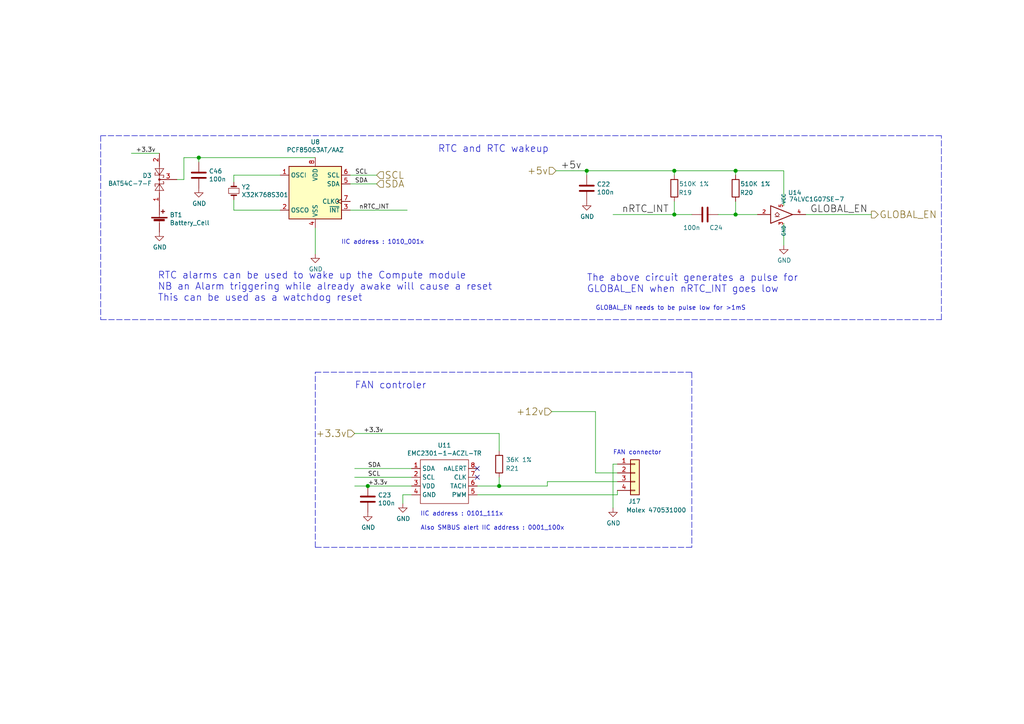
<source format=kicad_sch>
(kicad_sch (version 20211123) (generator eeschema)
  (paper "A4")
  (title_block (title "Compute Module 4 IO Board - RTC - FAN") (rev "1") (company "(c) Raspberry Pi Trading 2020") (comment 1 "www.raspberrypi.org"))
  (lib_symbols
    (symbol "CM4IO:74LVC1G07_copy"
      (property "Reference" "U" (at -2.54 3.81 0))
      (property "Value" "74LVC1G07_copy" (at 0 -3.81 0))
      (symbol "74LVC1G07_copy_0_1"
        (polyline (pts (xy -2.54 -0.635) (xy -1.27 -0.635)))
        (polyline (pts (xy -3.81 2.54) (xy -3.81 -2.54) (xy 2.54 0) (xy -3.81 2.54)) (stroke (width 0.254)))
        (polyline (pts (xy -1.905 0.635) (xy -2.54 0) (xy -1.905 -0.635) (xy -1.27 0) (xy -1.905 0.635)))
      )
      (symbol "74LVC1G07_copy_1_1"
        (pin input line (at -7.62 0 0) (length 3.81) (name "~") (number "2"))
        (pin power_in line (at 0 -2.54 270) (length 0) (name "GND") (number "3"))
        (pin open_collector line (at 6.35 0 180) (length 3.81) (name "~") (number "4"))
        (pin power_in line (at 0 2.54 90) (length 0) (name "VCC") (number "5"))
      )
    )
    (symbol "CM4IO:EMC2301"
      (property "Reference" "U" (at -7.62 13.97 0))
      (property "Value" "EMC2301" (at -1.27 -1.27 0))
      (symbol "EMC2301_0_0"
        (pin open_collector line (at -11.43 10.16 0) (length 2.54) (name "SDA") (number "1"))
        (pin open_collector line (at -11.43 7.62 0) (length 2.54) (name "SCL") (number "2"))
        (pin power_in line (at -11.43 5.08 0) (length 2.54) (name "VDD") (number "3"))
        (pin power_in line (at -11.43 2.54 0) (length 2.54) (name "GND") (number "4"))
        (pin output line (at 7.62 2.54 180) (length 2.54) (name "PWM") (number "5"))
        (pin input line (at 7.62 5.08 180) (length 2.54) (name "TACH") (number "6"))
        (pin input line (at 7.62 7.62 180) (length 2.54) (name "CLK") (number "7"))
        (pin open_collector line (at 7.62 10.16 180) (length 2.54) (name "nALERT") (number "8"))
      )
      (symbol "EMC2301_0_1"
        (rectangle (start -8.89 12.7) (end 5.08 0))
      )
    )
    (symbol "Connector_Generic:Conn_01x04" (pin_names hide)
      (property "Reference" "J" (at 0 5.08 0))
      (property "Value" "Conn_01x04" (at 0 -7.62 0))
      (symbol "Conn_01x04_1_1"
        (rectangle (start -1.27 -4.953) (end 0 -5.207))
        (rectangle (start -1.27 -2.413) (end 0 -2.667))
        (rectangle (start -1.27 0.127) (end 0 -0.127))
        (rectangle (start -1.27 2.667) (end 0 2.413))
        (rectangle (start -1.27 3.81) (end 1.27 -6.35) (stroke (width 0.254)) (fill (type background)))
        (pin passive line (at -5.08 2.54 0) (length 3.81) (name "Pin_1") (number "1"))
        (pin passive line (at -5.08 0 0) (length 3.81) (name "Pin_2") (number "2"))
        (pin passive line (at -5.08 -2.54 0) (length 3.81) (name "Pin_3") (number "3"))
        (pin passive line (at -5.08 -5.08 0) (length 3.81) (name "Pin_4") (number "4"))
      )
    )
    (symbol "Device:Battery_Cell" (pin_numbers hide) (pin_names (offset 0) hide)
      (property "Reference" "BT" (at 2.54 2.54 0))
      (property "Value" "Battery_Cell" (at 2.54 0 0))
      (symbol "Battery_Cell_0_1"
        (rectangle (start -2.286 1.778) (end 2.286 1.524) (fill (type outline)))
        (rectangle (start -1.5748 1.1938) (end 1.4732 0.6858) (fill (type outline)))
        (polyline (pts (xy 0 0.762) (xy 0 0)))
        (polyline (pts (xy 0 1.778) (xy 0 2.54)))
        (polyline (pts (xy 0.508 3.429) (xy 1.524 3.429)) (stroke (width 0.254)))
        (polyline (pts (xy 1.016 3.937) (xy 1.016 2.921)) (stroke (width 0.254)))
      )
      (symbol "Battery_Cell_1_1"
        (pin passive line (at 0 5.08 270) (length 2.54) (name "+") (number "1"))
        (pin passive line (at 0 -2.54 90) (length 2.54) (name "-") (number "2"))
      )
    )
    (symbol "Device:C" (pin_numbers hide) (pin_names (offset 0.254))
      (property "Reference" "C" (at 0.635 2.54 0))
      (property "Value" "C" (at 0.635 -2.54 0))
      (symbol "C_0_1"
        (polyline (pts (xy -2.032 -0.762) (xy 2.032 -0.762)) (stroke (width 0.508)))
        (polyline (pts (xy -2.032 0.762) (xy 2.032 0.762)) (stroke (width 0.508)))
      )
      (symbol "C_1_1"
        (pin passive line (at 0 3.81 270) (length 2.794) (name "~") (number "1"))
        (pin passive line (at 0 -3.81 90) (length 2.794) (name "~") (number "2"))
      )
    )
    (symbol "Device:Crystal_Small" (pin_numbers hide) (pin_names hide)
      (property "Reference" "Y" (at 0 2.54 0))
      (property "Value" "Crystal_Small" (at 0 -2.54 0))
      (symbol "Crystal_Small_0_1"
        (rectangle (start -0.762 -1.524) (end 0.762 1.524))
        (polyline (pts (xy -1.27 -0.762) (xy -1.27 0.762)) (stroke (width 0.381)))
        (polyline (pts (xy 1.27 -0.762) (xy 1.27 0.762)) (stroke (width 0.381)))
      )
      (symbol "Crystal_Small_1_1"
        (pin passive line (at -2.54 0 0) (length 1.27) (name "1") (number "1"))
        (pin passive line (at 2.54 0 180) (length 1.27) (name "2") (number "2"))
      )
    )
    (symbol "Device:R" (pin_numbers hide) (pin_names (offset 0))
      (property "Reference" "R" (at 2.032 0 90))
      (property "Value" "R" (at 0 0 90))
      (symbol "R_0_1"
        (rectangle (start -1.016 -2.54) (end 1.016 2.54) (stroke (width 0.254)))
      )
      (symbol "R_1_1"
        (pin passive line (at 0 3.81 270) (length 1.27) (name "~") (number "1"))
        (pin passive line (at 0 -3.81 90) (length 1.27) (name "~") (number "2"))
      )
    )
    (symbol "Diode:BAT54C"
      (property "Reference" "D" (at 0.635 -3.81 0))
      (property "Value" "BAT54C" (at -6.35 3.175 0))
      (symbol "BAT54C_0_1"
        (polyline (pts (xy -1.905 0) (xy 1.905 0)))
        (polyline (pts (xy -1.905 1.27) (xy -1.905 1.016)))
        (polyline (pts (xy -1.27 -1.27) (xy -0.635 -1.27)))
        (polyline (pts (xy -1.27 0) (xy -3.81 0)))
        (polyline (pts (xy -1.27 1.27) (xy -1.905 1.27)))
        (polyline (pts (xy -1.27 1.27) (xy -1.27 -1.27)))
        (polyline (pts (xy -0.635 -1.27) (xy -0.635 -1.016)))
        (polyline (pts (xy 0.635 -1.27) (xy 0.635 -1.016)))
        (polyline (pts (xy 1.27 -1.27) (xy 0.635 -1.27)))
        (polyline (pts (xy 1.27 1.27) (xy 1.27 -1.27)))
        (polyline (pts (xy 1.27 1.27) (xy 1.905 1.27)))
        (polyline (pts (xy 1.905 1.27) (xy 1.905 1.016)))
        (polyline (pts (xy 3.81 0) (xy 1.27 0)))
        (polyline (pts (xy -3.175 -1.27) (xy -3.175 1.27) (xy -1.27 0) (xy -3.175 -1.27)))
        (polyline (pts (xy 3.175 -1.27) (xy 3.175 1.27) (xy 1.27 0) (xy 3.175 -1.27)))
        (circle (center 0 0) (radius 0.254) (fill (type outline)))
      )
      (symbol "BAT54C_1_1"
        (pin passive line (at -7.62 0 0) (length 3.81) (name "~") (number "1"))
        (pin passive line (at 7.62 0 180) (length 3.81) (name "~") (number "2"))
        (pin passive line (at 0 -5.08 90) (length 5.08) (name "~") (number "3"))
      )
    )
    (symbol "Timer_RTC:PCF8563T"
      (property "Reference" "U" (at -7.62 8.89 0))
      (property "Value" "PCF8563T" (at 2.54 8.89 0))
      (symbol "PCF8563T_0_1"
        (rectangle (start -7.62 7.62) (end 7.62 -7.62) (stroke (width 0.254)) (fill (type background)))
      )
      (symbol "PCF8563T_1_1"
        (pin input line (at -10.16 5.08 0) (length 2.54) (name "OSCI") (number "1"))
        (pin output line (at -10.16 -5.08 0) (length 2.54) (name "OSCO") (number "2"))
        (pin output line (at 10.16 -5.08 180) (length 2.54) (name "~{INT}") (number "3"))
        (pin power_in line (at 0 -10.16 90) (length 2.54) (name "VSS") (number "4"))
        (pin bidirectional line (at 10.16 2.54 180) (length 2.54) (name "SDA") (number "5"))
        (pin input line (at 10.16 5.08 180) (length 2.54) (name "SCL") (number "6"))
        (pin output clock (at 10.16 -2.54 180) (length 2.54) (name "CLKO") (number "7"))
        (pin power_in line (at 0 10.16 270) (length 2.54) (name "VDD") (number "8"))
      )
    )
    (symbol "power:GND" (power) (pin_names (offset 0))
      (property "Value" "GND" (at 0 -3.81 0))
      (symbol "GND_0_1"
        (polyline (pts (xy 0 0) (xy 0 -1.27) (xy 1.27 -1.27) (xy 0 -2.54) (xy -1.27 -1.27) (xy 0 -1.27)))
      )
      (symbol "GND_1_1"
        (pin power_in line (at 0 0 270) (length 0) hide (name "GND") (number "1"))
      )
    )
  )
  (junction (at 213.36 49.53) (diameter 1.016))
  (junction (at 195.58 49.53) (diameter 1.016))
  (junction (at 170.18 49.53) (diameter 1.016))
  (junction (at 106.68 140.97) (diameter 1.016))
  (junction (at 195.58 62.23) (diameter 1.016))
  (junction (at 144.78 140.97) (diameter 1.016))
  (junction (at 213.36 62.23) (diameter 1.016))
  (junction (at 57.658 45.72) (diameter 1.016))
  (no_connect (at 138.43 138.43))
  (no_connect (at 138.43 135.89))
  (wire (pts (xy 172.72 119.38) (xy 160.02 119.38)))
  (polyline (pts (xy 200.66 107.95) (xy 200.66 158.75)) (stroke (width 0) (type dash)))
  (wire (pts (xy 179.07 134.62) (xy 177.8 134.62)))
  (wire (pts (xy 119.38 140.97) (xy 106.68 140.97)))
  (wire (pts (xy 119.38 143.51) (xy 116.84 143.51)))
  (wire (pts (xy 172.72 119.38) (xy 172.72 137.16)))
  (wire (pts (xy 213.36 49.53) (xy 213.36 50.8)))
  (wire (pts (xy 177.8 62.23) (xy 195.58 62.23)))
  (wire (pts (xy 195.58 49.53) (xy 213.36 49.53)))
  (polyline (pts (xy 273.05 92.71) (xy 273.05 39.37)) (stroke (width 0) (type dash)))
  (wire (pts (xy 106.68 140.97) (xy 102.87 140.97)))
  (polyline (pts (xy 200.66 158.75) (xy 91.44 158.75)) (stroke (width 0) (type dash)))
  (wire (pts (xy 109.22 53.34) (xy 101.6 53.34)))
  (wire (pts (xy 144.78 140.97) (xy 158.75 140.97)))
  (wire (pts (xy 57.658 45.72) (xy 91.44 45.72)))
  (wire (pts (xy 51.308 52.07) (xy 53.34 52.07)))
  (wire (pts (xy 179.07 143.51) (xy 179.07 142.24)))
  (wire (pts (xy 227.33 64.77) (xy 227.33 71.12)))
  (wire (pts (xy 119.38 135.89) (xy 102.87 135.89)))
  (wire (pts (xy 179.07 139.7) (xy 158.75 139.7)))
  (polyline (pts (xy 91.44 158.75) (xy 91.44 107.95)) (stroke (width 0) (type dash)))
  (wire (pts (xy 91.44 66.04) (xy 91.44 73.66)))
  (polyline (pts (xy 91.44 107.95) (xy 200.66 107.95)) (stroke (width 0) (type dash)))
  (wire (pts (xy 38.1 44.45) (xy 46.228 44.45)))
  (wire (pts (xy 213.36 62.23) (xy 213.36 58.42)))
  (wire (pts (xy 195.58 49.53) (xy 195.58 50.8)))
  (wire (pts (xy 170.18 50.8) (xy 170.18 49.53)))
  (wire (pts (xy 208.28 62.23) (xy 213.36 62.23)))
  (polyline (pts (xy 273.05 39.37) (xy 29.21 39.37)) (stroke (width 0) (type dash)))
  (wire (pts (xy 213.36 62.23) (xy 219.71 62.23)))
  (wire (pts (xy 67.818 50.8) (xy 81.28 50.8)))
  (wire (pts (xy 109.22 50.8) (xy 101.6 50.8)))
  (wire (pts (xy 195.58 62.23) (xy 195.58 58.42)))
  (wire (pts (xy 138.43 140.97) (xy 144.78 140.97)))
  (wire (pts (xy 170.18 49.53) (xy 195.58 49.53)))
  (polyline (pts (xy 29.21 92.71) (xy 273.05 92.71)) (stroke (width 0) (type dash)))
  (wire (pts (xy 116.84 143.51) (xy 116.84 146.05)))
  (wire (pts (xy 227.33 49.53) (xy 227.33 59.69)))
  (wire (pts (xy 158.75 139.7) (xy 158.75 140.97)))
  (wire (pts (xy 195.58 62.23) (xy 200.66 62.23)))
  (wire (pts (xy 101.6 60.96) (xy 118.11 60.96)))
  (wire (pts (xy 144.78 140.97) (xy 144.78 138.43)))
  (wire (pts (xy 161.29 49.53) (xy 170.18 49.53)))
  (wire (pts (xy 102.87 125.73) (xy 144.78 125.73)))
  (wire (pts (xy 138.43 143.51) (xy 179.07 143.51)))
  (wire (pts (xy 233.68 62.23) (xy 252.73 62.23)))
  (wire (pts (xy 179.07 137.16) (xy 172.72 137.16)))
  (wire (pts (xy 177.8 134.62) (xy 177.8 147.32)))
  (polyline (pts (xy 29.21 39.37) (xy 29.21 92.71)) (stroke (width 0) (type dash)))
  (wire (pts (xy 81.28 60.96) (xy 67.818 60.96)))
  (wire (pts (xy 119.38 138.43) (xy 102.87 138.43)))
  (wire (pts (xy 57.658 45.72) (xy 57.658 47.0154)))
  (wire (pts (xy 53.34 45.72) (xy 57.658 45.72)))
  (wire (pts (xy 53.34 52.07) (xy 53.34 45.72)))
  (wire (pts (xy 144.78 125.73) (xy 144.78 130.81)))
  (wire (pts (xy 67.818 50.8) (xy 67.818 52.832)))
  (wire (pts (xy 67.818 60.96) (xy 67.818 57.912)))
  (wire (pts (xy 213.36 49.53) (xy 227.33 49.53)))
  (text "GLOBAL_EN needs to be pulse low for >1mS" (at 172.72 90.17 0) (effects (font (size 1.27 1.27)) (justify left bottom)))
  (text "FAN controler" (at 102.87 113.03 0) (effects (font (size 2.0066 2.0066)) (justify left bottom)))
  (text "Also SMBUS alert IIC address : 0001_100x" (at 121.9454 153.9494 0) (effects (font (size 1.27 1.27)) (justify left bottom)))
  (text "IIC address : 0101_111x" (at 121.92 149.86 0) (effects (font (size 1.27 1.27)) (justify left bottom)))
  (text "RTC alarms can be used to wake up the Compute module\nNB an Alarm triggering while already awake will cause a reset \nThis can be used as a watchdog reset " (at 45.72 87.63 0) (effects (font (size 2.0066 2.0066)) (justify left bottom)))
  (text "FAN connector\n" (at 177.8 132.08 0) (effects (font (size 1.27 1.27)) (justify left bottom)))
  (text "IIC address : 1010_001x" (at 98.9838 71.0438 0) (effects (font (size 1.27 1.27)) (justify left bottom)))
  (text "The above circuit generates a pulse for\nGLOBAL_EN when nRTC_INT goes low" (at 170.18 85.09 0) (effects (font (size 2.0066 2.0066)) (justify left bottom)))
  (text "RTC and RTC wakeup" (at 127 44.45 0) (effects (font (size 2.0066 2.0066)) (justify left bottom)))
  (label "SDA" (at 106.68 53.34 180))
  (label "SDA" (at 106.68 135.89 0))
  (label "GLOBAL_EN" (at 234.95 62.23 0) (effects (font (size 2.0066 2.0066))))
  (label "+3.3v" (at 39.37 44.45 0))
  (label "+3.3v" (at 106.68 140.97 0))
  (label "nRTC_INT" (at 104.14 60.96 0))
  (label "+5v" (at 162.56 49.53 0) (effects (font (size 2.0066 2.0066))))
  (label "+3.3v" (at 105.41 125.73 0))
  (label "SCL" (at 106.68 138.43 0))
  (label "nRTC_INT" (at 180.34 62.23 0) (effects (font (size 2.0066 2.0066))))
  (label "SCL" (at 106.68 50.8 180))
  (hierarchical_label "+5v" (shape input) (at 161.29 49.53 180) (effects (font (size 2.0066 2.0066))))
  (hierarchical_label "+12v" (shape input) (at 160.02 119.38 180) (effects (font (size 2.0066 2.0066))))
  (hierarchical_label "GLOBAL_EN" (shape output) (at 252.73 62.23 0) (effects (font (size 2.0066 2.0066))))
  (hierarchical_label "+3.3v" (shape input) (at 102.87 125.73 180) (effects (font (size 2.0066 2.0066))))
  (hierarchical_label "SCL" (shape input) (at 109.22 50.8 0) (effects (font (size 2.0066 2.0066))))
  (hierarchical_label "SDA" (shape input) (at 109.22 53.34 0) (effects (font (size 2.0066 2.0066))))
  (symbol (lib_id "CM4IO:EMC2301") (at 130.81 146.05 0) (unit 1)
    (property "Reference" "U11" (at 128.905 129.159 0))
    (property "Value" "EMC2301-1-ACZL-TR" (at 128.905 131.4704 0))
    (property "Footprint" "Package_SO:SOIC-8_5.23x5.23mm_P1.27mm" (effects hide))
    (property "Datasheet" "https://ww1.microchip.com/downloads/en/DeviceDoc/2301.pdf" (effects hide))
    (property "Field4" "Digikey" (effects hide))
    (property "Field5" "EMC2301-1-ACZL-CT-ND" (effects hide))
    (property "Field6" "EMC2301-1-ACZL-TR" (effects hide))
    (property "Field7" "Microchip" (effects hide))
    (property "Part Description" "Motor Driver PWM 8-MSOP" (effects hide))
  )
  (symbol (lib_id "Device:C") (at 106.68 144.78 0) (unit 1)
    (property "Reference" "C23" (at 109.601 143.6116 0) (effects (justify left)))
    (property "Value" "100n" (at 109.601 145.923 0) (effects (justify left)))
    (property "Footprint" "Capacitor_SMD:C_0402_1005Metric" (effects hide))
    (property "Datasheet" "https://search.murata.co.jp/Ceramy/image/img/A01X/G101/ENG/GRM155R71C104KA88-01.pdf" (effects hide))
    (property "Field4" "Farnell" (effects hide))
    (property "Field5" "2611911" (effects hide))
    (property "Field6" "RM EMK105 B7104KV-F" (effects hide))
    (property "Field7" "TAIYO YUDEN EUROPE GMBH" (effects hide))
    (property "Part Description" "	0.1uF 10% 16V Ceramic Capacitor X7R 0402 (1005 Metric)" (effects hide))
    (property "Field8" "110091611" (effects hide))
  )
  (symbol (lib_id "power:GND") (at 106.68 148.59 0) (unit 1)
    (property "Reference" "#PWR032" (effects hide))
    (property "Value" "GND" (at 106.807 152.9842 0))
  )
  (symbol (lib_id "Connector_Generic:Conn_01x04") (at 184.15 137.16 0) (unit 1)
    (property "Reference" "J17" (at 182.245 145.415 0) (effects (justify left)))
    (property "Value" "Molex 470531000" (at 181.61 147.955 0) (effects (justify left)))
    (property "Footprint" "Connector:FanPinHeader_1x04_P2.54mm_Vertical" (effects hide))
    (property "Datasheet" "https://www.molex.com/pdm_docs/sd/470531000_sd.pdf" (effects hide))
    (property "Field4" "Farnell" (effects hide))
    (property "Field5" "	2313705" (effects hide))
    (property "Field6" "470531000" (effects hide))
    (property "Field7" "Molex" (effects hide))
    (property "Part Description" "	Connector Header Through Hole 4 position 0.100\" (2.54mm)" (effects hide))
  )
  (symbol (lib_id "Device:R") (at 144.78 134.62 180) (unit 1)
    (property "Reference" "R21" (at 148.59 135.89 0))
    (property "Value" "36K 1%" (at 150.495 133.35 0))
    (property "Footprint" "Resistor_SMD:R_0402_1005Metric" (effects hide))
    (property "Datasheet" "https://fscdn.rohm.com/en/products/databook/datasheet/passive/resistor/chip_resistor/mcr-e.pdf" (effects hide))
    (property "Field4" "Farnell" (effects hide))
    (property "Field5" "1458788" (effects hide))
    (property "Field7" "Rohm" (effects hide))
    (property "Field6" "MCR01MZPF3602" (effects hide))
    (property "Part Description" "Resistor 36K M1005 1% 63mW" (effects hide))
  )
  (symbol (lib_id "power:GND") (at 177.8 147.32 0) (unit 1)
    (property "Reference" "#PWR035" (effects hide))
    (property "Value" "GND" (at 177.927 151.7142 0))
  )
  (symbol (lib_id "power:GND") (at 91.44 73.66 0) (unit 1)
    (property "Reference" "#PWR028" (effects hide))
    (property "Value" "GND" (at 91.567 78.0542 0))
  )
  (symbol (lib_id "Device:Battery_Cell") (at 46.228 64.77 0) (unit 1)
    (property "Reference" "BT1" (at 49.2252 62.3316 0) (effects (justify left)))
    (property "Value" "Battery_Cell" (at 49.2252 64.643 0) (effects (justify left)))
    (property "Footprint" "Battery:BatteryHolder_Keystone_3034_1x20mm" (effects hide))
    (property "Datasheet" "https://www.keyelco.com/userAssets/file/M65p9.pdf" (effects hide))
    (property "Field4" "Digikey" (effects hide))
    (property "Field5" "36-3034-ND" (effects hide))
    (property "Field6" "3034" (effects hide))
    (property "Field7" "Keystone" (effects hide))
    (property "Part Description" "	Battery Retainer Coin, 20.0mm 1 Cell SMD (SMT) Tab" (effects hide))
  )
  (symbol (lib_id "power:GND") (at 46.228 67.31 0) (unit 1)
    (property "Reference" "#PWR030" (effects hide))
    (property "Value" "GND" (at 46.355 71.7042 0))
  )
  (symbol (lib_id "CM4IO:74LVC1G07_copy") (at 227.33 62.23 0) (unit 1)
    (property "Reference" "U14" (at 230.505 55.88 0))
    (property "Value" "74LVC1G07SE-7" (at 236.855 57.785 0))
    (property "Footprint" "Package_TO_SOT_SMD:SOT-353_SC-70-5" (effects hide))
    (property "Datasheet" "https://www.diodes.com/assets/Datasheets/74LVC1G07.pdf" (effects hide))
    (property "Field4" "Farnell" (effects hide))
    (property "Field5" "2425492" (effects hide))
    (property "Field6" "74LVC1G07SE-7" (effects hide))
    (property "Field7" "Diodes" (effects hide))
    (property "Part Description" "Buffer, Non-Inverting 1 Element 1 Bit per Element Open Drain Output SOT-353" (effects hide))
  )
  (symbol (lib_id "Device:R") (at 195.58 54.61 180) (unit 1)
    (property "Reference" "R19" (at 198.755 55.88 0))
    (property "Value" "510K 1%" (at 201.295 53.34 0))
    (property "Footprint" "Resistor_SMD:R_0402_1005Metric" (effects hide))
    (property "Datasheet" "https://fscdn.rohm.com/en/products/databook/datasheet/passive/resistor/chip_resistor/mcr-e.pdf" (effects hide))
    (property "Field4" "Farnell" (effects hide))
    (property "Field5" "1458807" (effects hide))
    (property "Field7" "Rohm" (effects hide))
    (property "Field6" "MCR01MZPF5103" (effects hide))
    (property "Part Description" "Resistor 510K M1005 1% 63mW" (effects hide))
  )
  (symbol (lib_id "Device:R") (at 213.36 54.61 180) (unit 1)
    (property "Reference" "R20" (at 216.535 55.88 0))
    (property "Value" "510K 1%" (at 219.075 53.34 0))
    (property "Footprint" "Resistor_SMD:R_0402_1005Metric" (effects hide))
    (property "Datasheet" "https://fscdn.rohm.com/en/products/databook/datasheet/passive/resistor/chip_resistor/mcr-e.pdf" (effects hide))
    (property "Field4" "Farnell" (effects hide))
    (property "Field5" "1458807" (effects hide))
    (property "Field7" "Rohm" (effects hide))
    (property "Field6" "MCR01MZPF5103" (effects hide))
    (property "Part Description" "Resistor 510K M1005 1% 63mW" (effects hide))
  )
  (symbol (lib_id "power:GND") (at 116.84 146.05 0) (unit 1)
    (property "Reference" "#PWR033" (effects hide))
    (property "Value" "GND" (at 116.967 150.4442 0))
  )
  (symbol (lib_id "Device:C") (at 170.18 54.61 0) (unit 1)
    (property "Reference" "C22" (at 173.101 53.4416 0) (effects (justify left)))
    (property "Value" "100n" (at 173.101 55.753 0) (effects (justify left)))
    (property "Footprint" "Capacitor_SMD:C_0402_1005Metric" (effects hide))
    (property "Datasheet" "https://search.murata.co.jp/Ceramy/image/img/A01X/G101/ENG/GRM155R71C104KA88-01.pdf" (effects hide))
    (property "Field4" "Farnell" (effects hide))
    (property "Field5" "2611911" (effects hide))
    (property "Field6" "RM EMK105 B7104KV-F" (effects hide))
    (property "Field7" "TAIYO YUDEN EUROPE GMBH" (effects hide))
    (property "Part Description" "	0.1uF 10% 16V Ceramic Capacitor X7R 0402 (1005 Metric)" (effects hide))
    (property "Field8" "110091611" (effects hide))
  )
  (symbol (lib_id "Device:C") (at 204.47 62.23 270) (unit 1)
    (property "Reference" "C24" (at 205.74 66.04 90) (effects (justify left)))
    (property "Value" "100n" (at 198.12 66.04 90) (effects (justify left)))
    (property "Footprint" "Capacitor_SMD:C_0402_1005Metric" (effects hide))
    (property "Datasheet" "https://search.murata.co.jp/Ceramy/image/img/A01X/G101/ENG/GRM155R71C104KA88-01.pdf" (effects hide))
    (property "Field4" "Farnell" (effects hide))
    (property "Field5" "2611911" (effects hide))
    (property "Field6" "RM EMK105 B7104KV-F" (effects hide))
    (property "Field7" "TAIYO YUDEN EUROPE GMBH" (effects hide))
    (property "Part Description" "	0.1uF 10% 16V Ceramic Capacitor X7R 0402 (1005 Metric)" (effects hide))
    (property "Field8" "110091611" (effects hide))
  )
  (symbol (lib_id "power:GND") (at 227.33 71.12 0) (unit 1)
    (property "Reference" "#PWR034" (effects hide))
    (property "Value" "GND" (at 227.457 75.5142 0))
  )
  (symbol (lib_id "power:GND") (at 170.18 58.42 0) (unit 1)
    (property "Reference" "#PWR031" (effects hide))
    (property "Value" "GND" (at 170.307 62.8142 0))
  )
  (symbol (lib_id "Timer_RTC:PCF8563T") (at 91.44 55.88 0) (unit 1)
    (property "Reference" "U8" (at 91.44 41.1734 0))
    (property "Value" "PCF85063AT/AAZ" (at 91.44 43.4848 0))
    (property "Footprint" "Package_SO:SOIC-8_3.9x4.9mm_P1.27mm" (effects hide))
    (property "Datasheet" "https://www.nxp.com/docs/en/data-sheet/PCF85063A.pdf" (effects hide))
    (property "Field4" "Farnell" (effects hide))
    (property "Field5" "2890042" (effects hide))
    (property "Field7" "NXP" (effects hide))
    (property "Field6" "PCF85063AT/AAZ" (effects hide))
    (property "Part Description" "Real Time Clock (RTC) IC Clock/Calendar I²C, 2-Wire Serial 8-SOIC (0.154\", 3.90mm Width)" (effects hide))
  )
  (symbol (lib_id "Device:Crystal_Small") (at 67.818 55.372 90) (unit 1)
    (property "Reference" "Y2" (at 70.0532 54.229 90) (effects (justify right)))
    (property "Value" "X32K768S301" (at 70.0532 56.515 90) (effects (justify right)))
    (property "Footprint" "Crystal:Crystal_SMD_3215-2Pin_3.2x1.5mm" (effects hide))
    (property "Field6" "X32K768S301" (effects hide))
    (property "Field7" "AEL" (effects hide))
    (property "Part Description" "Crystal 32.768KHz 7pF 20pmm" (effects hide))
  )
  (symbol (lib_id "Diode:BAT54C") (at 46.228 52.07 90) (unit 1)
    (property "Reference" "D3" (at 44.0182 50.927 90) (effects (justify left)))
    (property "Value" "BAT54C-7-F" (at 44.0182 53.213 90) (effects (justify left)))
    (property "Footprint" "Package_TO_SOT_SMD:SOT-23" (effects hide))
    (property "Datasheet" "http://www.farnell.com/datasheets/2861240.pdf?_ga=2.129831176.54358802.1587372871-1787849031.1568210898&_gac=1.175311126.1587399424.EAIaIQobChMInOvF07P36AIVw7HtCh0NWwCeEAAYAyAAEgI0YfD_BwE" (effects hide))
    (property "Field4" "Farnell" (effects hide))
    (property "Field5" "2306010" (effects hide))
    (property "Field6" "BAT54C-7-F" (effects hide))
    (property "Field7" "Rohm" (effects hide))
    (property "Part Description" "Diode Array 1 Pair Common Cathode Schottky 30V 200mA (DC) Surface Mount TO-236-3, SC-59, SOT-23-3" (effects hide))
  )
  (symbol (lib_id "power:GND") (at 57.658 54.6354 0) (unit 1)
    (property "Reference" "#PWR03" (effects hide))
    (property "Value" "GND" (at 57.785 59.0296 0))
  )
  (symbol (lib_id "Device:C") (at 57.658 50.8254 0) (unit 1)
    (property "Reference" "C46" (at 60.579 49.657 0) (effects (justify left)))
    (property "Value" "100n" (at 60.579 51.9684 0) (effects (justify left)))
    (property "Footprint" "Capacitor_SMD:C_0402_1005Metric" (effects hide))
    (property "Datasheet" "https://search.murata.co.jp/Ceramy/image/img/A01X/G101/ENG/GRM155R71C104KA88-01.pdf" (effects hide))
    (property "Field4" "Farnell" (effects hide))
    (property "Field5" "2611911" (effects hide))
    (property "Field6" "RM EMK105 B7104KV-F" (effects hide))
    (property "Field7" "TAIYO YUDEN EUROPE GMBH" (effects hide))
    (property "Part Description" "	0.1uF 10% 16V Ceramic Capacitor X7R 0402 (1005 Metric)" (effects hide))
    (property "Field8" "110091611" (effects hide))
  )
)
</source>
